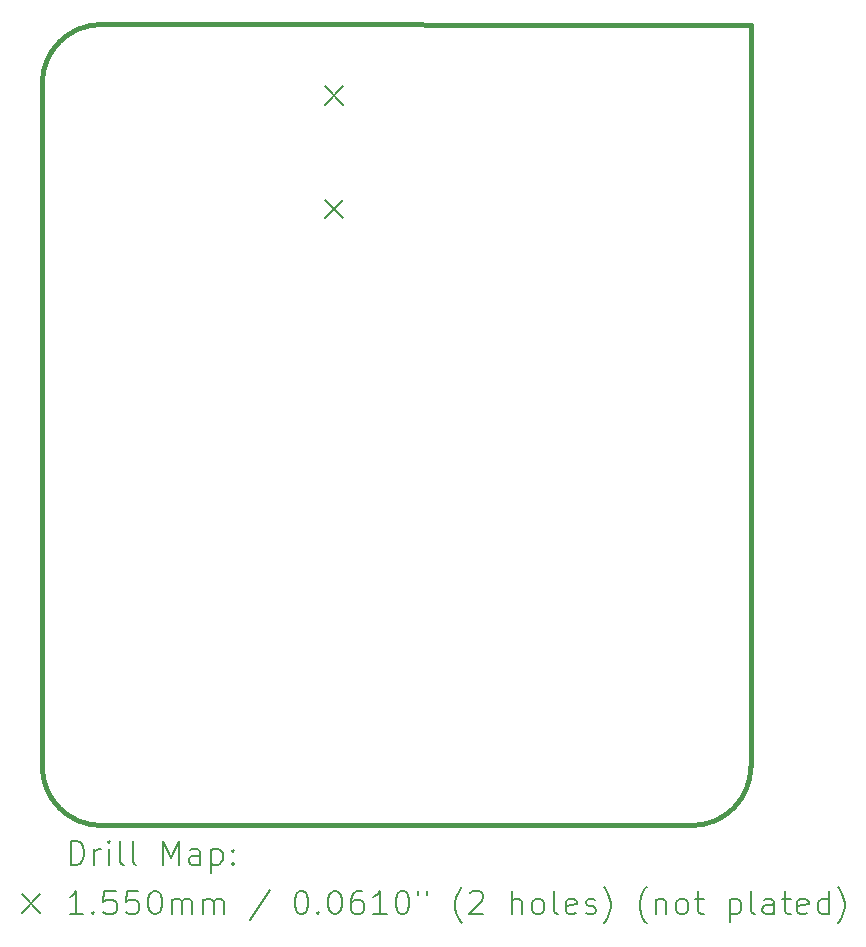
<source format=gbr>
%TF.GenerationSoftware,KiCad,Pcbnew,8.0.5*%
%TF.CreationDate,2025-11-07T08:13:24-03:00*%
%TF.ProjectId,sfp_moduloIC,7366705f-6d6f-4647-956c-6f49432e6b69,v1.0*%
%TF.SameCoordinates,Original*%
%TF.FileFunction,Drillmap*%
%TF.FilePolarity,Positive*%
%FSLAX45Y45*%
G04 Gerber Fmt 4.5, Leading zero omitted, Abs format (unit mm)*
G04 Created by KiCad (PCBNEW 8.0.5) date 2025-11-07 08:13:24*
%MOMM*%
%LPD*%
G01*
G04 APERTURE LIST*
%ADD10C,0.400000*%
%ADD11C,0.200000*%
%ADD12C,0.155000*%
G04 APERTURE END LIST*
D10*
X12010553Y-11827447D02*
G75*
G02*
X11510553Y-11327447I-4J499997D01*
G01*
X11510554Y-5545627D02*
G75*
G02*
X12010553Y-5045627I500008J-8D01*
G01*
X17010554Y-11827447D02*
X12010553Y-11827447D01*
X17510554Y-11327447D02*
G75*
G02*
X17010554Y-11827447I-499992J-8D01*
G01*
X12010553Y-5045627D02*
X17510554Y-5046627D01*
X11510554Y-11327447D02*
X11510554Y-5545627D01*
X17510554Y-5046627D02*
X17510554Y-11327447D01*
D11*
D12*
X13904000Y-5569500D02*
X14059000Y-5724500D01*
X14059000Y-5569500D02*
X13904000Y-5724500D01*
X13904000Y-6529500D02*
X14059000Y-6684500D01*
X14059000Y-6529500D02*
X13904000Y-6684500D01*
D11*
X11751330Y-12158930D02*
X11751330Y-11958930D01*
X11751330Y-11958930D02*
X11798949Y-11958930D01*
X11798949Y-11958930D02*
X11827521Y-11968454D01*
X11827521Y-11968454D02*
X11846568Y-11987502D01*
X11846568Y-11987502D02*
X11856092Y-12006549D01*
X11856092Y-12006549D02*
X11865616Y-12044645D01*
X11865616Y-12044645D02*
X11865616Y-12073216D01*
X11865616Y-12073216D02*
X11856092Y-12111311D01*
X11856092Y-12111311D02*
X11846568Y-12130359D01*
X11846568Y-12130359D02*
X11827521Y-12149407D01*
X11827521Y-12149407D02*
X11798949Y-12158930D01*
X11798949Y-12158930D02*
X11751330Y-12158930D01*
X11951330Y-12158930D02*
X11951330Y-12025597D01*
X11951330Y-12063692D02*
X11960854Y-12044645D01*
X11960854Y-12044645D02*
X11970378Y-12035121D01*
X11970378Y-12035121D02*
X11989425Y-12025597D01*
X11989425Y-12025597D02*
X12008473Y-12025597D01*
X12075140Y-12158930D02*
X12075140Y-12025597D01*
X12075140Y-11958930D02*
X12065616Y-11968454D01*
X12065616Y-11968454D02*
X12075140Y-11977978D01*
X12075140Y-11977978D02*
X12084663Y-11968454D01*
X12084663Y-11968454D02*
X12075140Y-11958930D01*
X12075140Y-11958930D02*
X12075140Y-11977978D01*
X12198949Y-12158930D02*
X12179902Y-12149407D01*
X12179902Y-12149407D02*
X12170378Y-12130359D01*
X12170378Y-12130359D02*
X12170378Y-11958930D01*
X12303711Y-12158930D02*
X12284663Y-12149407D01*
X12284663Y-12149407D02*
X12275140Y-12130359D01*
X12275140Y-12130359D02*
X12275140Y-11958930D01*
X12532283Y-12158930D02*
X12532283Y-11958930D01*
X12532283Y-11958930D02*
X12598949Y-12101787D01*
X12598949Y-12101787D02*
X12665616Y-11958930D01*
X12665616Y-11958930D02*
X12665616Y-12158930D01*
X12846568Y-12158930D02*
X12846568Y-12054168D01*
X12846568Y-12054168D02*
X12837044Y-12035121D01*
X12837044Y-12035121D02*
X12817997Y-12025597D01*
X12817997Y-12025597D02*
X12779902Y-12025597D01*
X12779902Y-12025597D02*
X12760854Y-12035121D01*
X12846568Y-12149407D02*
X12827521Y-12158930D01*
X12827521Y-12158930D02*
X12779902Y-12158930D01*
X12779902Y-12158930D02*
X12760854Y-12149407D01*
X12760854Y-12149407D02*
X12751330Y-12130359D01*
X12751330Y-12130359D02*
X12751330Y-12111311D01*
X12751330Y-12111311D02*
X12760854Y-12092264D01*
X12760854Y-12092264D02*
X12779902Y-12082740D01*
X12779902Y-12082740D02*
X12827521Y-12082740D01*
X12827521Y-12082740D02*
X12846568Y-12073216D01*
X12941806Y-12025597D02*
X12941806Y-12225597D01*
X12941806Y-12035121D02*
X12960854Y-12025597D01*
X12960854Y-12025597D02*
X12998949Y-12025597D01*
X12998949Y-12025597D02*
X13017997Y-12035121D01*
X13017997Y-12035121D02*
X13027521Y-12044645D01*
X13027521Y-12044645D02*
X13037044Y-12063692D01*
X13037044Y-12063692D02*
X13037044Y-12120835D01*
X13037044Y-12120835D02*
X13027521Y-12139883D01*
X13027521Y-12139883D02*
X13017997Y-12149407D01*
X13017997Y-12149407D02*
X12998949Y-12158930D01*
X12998949Y-12158930D02*
X12960854Y-12158930D01*
X12960854Y-12158930D02*
X12941806Y-12149407D01*
X13122759Y-12139883D02*
X13132283Y-12149407D01*
X13132283Y-12149407D02*
X13122759Y-12158930D01*
X13122759Y-12158930D02*
X13113235Y-12149407D01*
X13113235Y-12149407D02*
X13122759Y-12139883D01*
X13122759Y-12139883D02*
X13122759Y-12158930D01*
X13122759Y-12035121D02*
X13132283Y-12044645D01*
X13132283Y-12044645D02*
X13122759Y-12054168D01*
X13122759Y-12054168D02*
X13113235Y-12044645D01*
X13113235Y-12044645D02*
X13122759Y-12035121D01*
X13122759Y-12035121D02*
X13122759Y-12054168D01*
D12*
X11335553Y-12409947D02*
X11490553Y-12564947D01*
X11490553Y-12409947D02*
X11335553Y-12564947D01*
D11*
X11856092Y-12578930D02*
X11741806Y-12578930D01*
X11798949Y-12578930D02*
X11798949Y-12378930D01*
X11798949Y-12378930D02*
X11779902Y-12407502D01*
X11779902Y-12407502D02*
X11760854Y-12426549D01*
X11760854Y-12426549D02*
X11741806Y-12436073D01*
X11941806Y-12559883D02*
X11951330Y-12569407D01*
X11951330Y-12569407D02*
X11941806Y-12578930D01*
X11941806Y-12578930D02*
X11932283Y-12569407D01*
X11932283Y-12569407D02*
X11941806Y-12559883D01*
X11941806Y-12559883D02*
X11941806Y-12578930D01*
X12132283Y-12378930D02*
X12037044Y-12378930D01*
X12037044Y-12378930D02*
X12027521Y-12474168D01*
X12027521Y-12474168D02*
X12037044Y-12464645D01*
X12037044Y-12464645D02*
X12056092Y-12455121D01*
X12056092Y-12455121D02*
X12103711Y-12455121D01*
X12103711Y-12455121D02*
X12122759Y-12464645D01*
X12122759Y-12464645D02*
X12132283Y-12474168D01*
X12132283Y-12474168D02*
X12141806Y-12493216D01*
X12141806Y-12493216D02*
X12141806Y-12540835D01*
X12141806Y-12540835D02*
X12132283Y-12559883D01*
X12132283Y-12559883D02*
X12122759Y-12569407D01*
X12122759Y-12569407D02*
X12103711Y-12578930D01*
X12103711Y-12578930D02*
X12056092Y-12578930D01*
X12056092Y-12578930D02*
X12037044Y-12569407D01*
X12037044Y-12569407D02*
X12027521Y-12559883D01*
X12322759Y-12378930D02*
X12227521Y-12378930D01*
X12227521Y-12378930D02*
X12217997Y-12474168D01*
X12217997Y-12474168D02*
X12227521Y-12464645D01*
X12227521Y-12464645D02*
X12246568Y-12455121D01*
X12246568Y-12455121D02*
X12294187Y-12455121D01*
X12294187Y-12455121D02*
X12313235Y-12464645D01*
X12313235Y-12464645D02*
X12322759Y-12474168D01*
X12322759Y-12474168D02*
X12332283Y-12493216D01*
X12332283Y-12493216D02*
X12332283Y-12540835D01*
X12332283Y-12540835D02*
X12322759Y-12559883D01*
X12322759Y-12559883D02*
X12313235Y-12569407D01*
X12313235Y-12569407D02*
X12294187Y-12578930D01*
X12294187Y-12578930D02*
X12246568Y-12578930D01*
X12246568Y-12578930D02*
X12227521Y-12569407D01*
X12227521Y-12569407D02*
X12217997Y-12559883D01*
X12456092Y-12378930D02*
X12475140Y-12378930D01*
X12475140Y-12378930D02*
X12494187Y-12388454D01*
X12494187Y-12388454D02*
X12503711Y-12397978D01*
X12503711Y-12397978D02*
X12513235Y-12417026D01*
X12513235Y-12417026D02*
X12522759Y-12455121D01*
X12522759Y-12455121D02*
X12522759Y-12502740D01*
X12522759Y-12502740D02*
X12513235Y-12540835D01*
X12513235Y-12540835D02*
X12503711Y-12559883D01*
X12503711Y-12559883D02*
X12494187Y-12569407D01*
X12494187Y-12569407D02*
X12475140Y-12578930D01*
X12475140Y-12578930D02*
X12456092Y-12578930D01*
X12456092Y-12578930D02*
X12437044Y-12569407D01*
X12437044Y-12569407D02*
X12427521Y-12559883D01*
X12427521Y-12559883D02*
X12417997Y-12540835D01*
X12417997Y-12540835D02*
X12408473Y-12502740D01*
X12408473Y-12502740D02*
X12408473Y-12455121D01*
X12408473Y-12455121D02*
X12417997Y-12417026D01*
X12417997Y-12417026D02*
X12427521Y-12397978D01*
X12427521Y-12397978D02*
X12437044Y-12388454D01*
X12437044Y-12388454D02*
X12456092Y-12378930D01*
X12608473Y-12578930D02*
X12608473Y-12445597D01*
X12608473Y-12464645D02*
X12617997Y-12455121D01*
X12617997Y-12455121D02*
X12637044Y-12445597D01*
X12637044Y-12445597D02*
X12665616Y-12445597D01*
X12665616Y-12445597D02*
X12684664Y-12455121D01*
X12684664Y-12455121D02*
X12694187Y-12474168D01*
X12694187Y-12474168D02*
X12694187Y-12578930D01*
X12694187Y-12474168D02*
X12703711Y-12455121D01*
X12703711Y-12455121D02*
X12722759Y-12445597D01*
X12722759Y-12445597D02*
X12751330Y-12445597D01*
X12751330Y-12445597D02*
X12770378Y-12455121D01*
X12770378Y-12455121D02*
X12779902Y-12474168D01*
X12779902Y-12474168D02*
X12779902Y-12578930D01*
X12875140Y-12578930D02*
X12875140Y-12445597D01*
X12875140Y-12464645D02*
X12884664Y-12455121D01*
X12884664Y-12455121D02*
X12903711Y-12445597D01*
X12903711Y-12445597D02*
X12932283Y-12445597D01*
X12932283Y-12445597D02*
X12951330Y-12455121D01*
X12951330Y-12455121D02*
X12960854Y-12474168D01*
X12960854Y-12474168D02*
X12960854Y-12578930D01*
X12960854Y-12474168D02*
X12970378Y-12455121D01*
X12970378Y-12455121D02*
X12989425Y-12445597D01*
X12989425Y-12445597D02*
X13017997Y-12445597D01*
X13017997Y-12445597D02*
X13037045Y-12455121D01*
X13037045Y-12455121D02*
X13046568Y-12474168D01*
X13046568Y-12474168D02*
X13046568Y-12578930D01*
X13437045Y-12369407D02*
X13265616Y-12626549D01*
X13694187Y-12378930D02*
X13713235Y-12378930D01*
X13713235Y-12378930D02*
X13732283Y-12388454D01*
X13732283Y-12388454D02*
X13741807Y-12397978D01*
X13741807Y-12397978D02*
X13751330Y-12417026D01*
X13751330Y-12417026D02*
X13760854Y-12455121D01*
X13760854Y-12455121D02*
X13760854Y-12502740D01*
X13760854Y-12502740D02*
X13751330Y-12540835D01*
X13751330Y-12540835D02*
X13741807Y-12559883D01*
X13741807Y-12559883D02*
X13732283Y-12569407D01*
X13732283Y-12569407D02*
X13713235Y-12578930D01*
X13713235Y-12578930D02*
X13694187Y-12578930D01*
X13694187Y-12578930D02*
X13675140Y-12569407D01*
X13675140Y-12569407D02*
X13665616Y-12559883D01*
X13665616Y-12559883D02*
X13656092Y-12540835D01*
X13656092Y-12540835D02*
X13646568Y-12502740D01*
X13646568Y-12502740D02*
X13646568Y-12455121D01*
X13646568Y-12455121D02*
X13656092Y-12417026D01*
X13656092Y-12417026D02*
X13665616Y-12397978D01*
X13665616Y-12397978D02*
X13675140Y-12388454D01*
X13675140Y-12388454D02*
X13694187Y-12378930D01*
X13846568Y-12559883D02*
X13856092Y-12569407D01*
X13856092Y-12569407D02*
X13846568Y-12578930D01*
X13846568Y-12578930D02*
X13837045Y-12569407D01*
X13837045Y-12569407D02*
X13846568Y-12559883D01*
X13846568Y-12559883D02*
X13846568Y-12578930D01*
X13979902Y-12378930D02*
X13998949Y-12378930D01*
X13998949Y-12378930D02*
X14017997Y-12388454D01*
X14017997Y-12388454D02*
X14027521Y-12397978D01*
X14027521Y-12397978D02*
X14037045Y-12417026D01*
X14037045Y-12417026D02*
X14046568Y-12455121D01*
X14046568Y-12455121D02*
X14046568Y-12502740D01*
X14046568Y-12502740D02*
X14037045Y-12540835D01*
X14037045Y-12540835D02*
X14027521Y-12559883D01*
X14027521Y-12559883D02*
X14017997Y-12569407D01*
X14017997Y-12569407D02*
X13998949Y-12578930D01*
X13998949Y-12578930D02*
X13979902Y-12578930D01*
X13979902Y-12578930D02*
X13960854Y-12569407D01*
X13960854Y-12569407D02*
X13951330Y-12559883D01*
X13951330Y-12559883D02*
X13941807Y-12540835D01*
X13941807Y-12540835D02*
X13932283Y-12502740D01*
X13932283Y-12502740D02*
X13932283Y-12455121D01*
X13932283Y-12455121D02*
X13941807Y-12417026D01*
X13941807Y-12417026D02*
X13951330Y-12397978D01*
X13951330Y-12397978D02*
X13960854Y-12388454D01*
X13960854Y-12388454D02*
X13979902Y-12378930D01*
X14217997Y-12378930D02*
X14179902Y-12378930D01*
X14179902Y-12378930D02*
X14160854Y-12388454D01*
X14160854Y-12388454D02*
X14151330Y-12397978D01*
X14151330Y-12397978D02*
X14132283Y-12426549D01*
X14132283Y-12426549D02*
X14122759Y-12464645D01*
X14122759Y-12464645D02*
X14122759Y-12540835D01*
X14122759Y-12540835D02*
X14132283Y-12559883D01*
X14132283Y-12559883D02*
X14141807Y-12569407D01*
X14141807Y-12569407D02*
X14160854Y-12578930D01*
X14160854Y-12578930D02*
X14198949Y-12578930D01*
X14198949Y-12578930D02*
X14217997Y-12569407D01*
X14217997Y-12569407D02*
X14227521Y-12559883D01*
X14227521Y-12559883D02*
X14237045Y-12540835D01*
X14237045Y-12540835D02*
X14237045Y-12493216D01*
X14237045Y-12493216D02*
X14227521Y-12474168D01*
X14227521Y-12474168D02*
X14217997Y-12464645D01*
X14217997Y-12464645D02*
X14198949Y-12455121D01*
X14198949Y-12455121D02*
X14160854Y-12455121D01*
X14160854Y-12455121D02*
X14141807Y-12464645D01*
X14141807Y-12464645D02*
X14132283Y-12474168D01*
X14132283Y-12474168D02*
X14122759Y-12493216D01*
X14427521Y-12578930D02*
X14313235Y-12578930D01*
X14370378Y-12578930D02*
X14370378Y-12378930D01*
X14370378Y-12378930D02*
X14351330Y-12407502D01*
X14351330Y-12407502D02*
X14332283Y-12426549D01*
X14332283Y-12426549D02*
X14313235Y-12436073D01*
X14551330Y-12378930D02*
X14570378Y-12378930D01*
X14570378Y-12378930D02*
X14589426Y-12388454D01*
X14589426Y-12388454D02*
X14598949Y-12397978D01*
X14598949Y-12397978D02*
X14608473Y-12417026D01*
X14608473Y-12417026D02*
X14617997Y-12455121D01*
X14617997Y-12455121D02*
X14617997Y-12502740D01*
X14617997Y-12502740D02*
X14608473Y-12540835D01*
X14608473Y-12540835D02*
X14598949Y-12559883D01*
X14598949Y-12559883D02*
X14589426Y-12569407D01*
X14589426Y-12569407D02*
X14570378Y-12578930D01*
X14570378Y-12578930D02*
X14551330Y-12578930D01*
X14551330Y-12578930D02*
X14532283Y-12569407D01*
X14532283Y-12569407D02*
X14522759Y-12559883D01*
X14522759Y-12559883D02*
X14513235Y-12540835D01*
X14513235Y-12540835D02*
X14503711Y-12502740D01*
X14503711Y-12502740D02*
X14503711Y-12455121D01*
X14503711Y-12455121D02*
X14513235Y-12417026D01*
X14513235Y-12417026D02*
X14522759Y-12397978D01*
X14522759Y-12397978D02*
X14532283Y-12388454D01*
X14532283Y-12388454D02*
X14551330Y-12378930D01*
X14694188Y-12378930D02*
X14694188Y-12417026D01*
X14770378Y-12378930D02*
X14770378Y-12417026D01*
X15065616Y-12655121D02*
X15056092Y-12645597D01*
X15056092Y-12645597D02*
X15037045Y-12617026D01*
X15037045Y-12617026D02*
X15027521Y-12597978D01*
X15027521Y-12597978D02*
X15017997Y-12569407D01*
X15017997Y-12569407D02*
X15008473Y-12521787D01*
X15008473Y-12521787D02*
X15008473Y-12483692D01*
X15008473Y-12483692D02*
X15017997Y-12436073D01*
X15017997Y-12436073D02*
X15027521Y-12407502D01*
X15027521Y-12407502D02*
X15037045Y-12388454D01*
X15037045Y-12388454D02*
X15056092Y-12359883D01*
X15056092Y-12359883D02*
X15065616Y-12350359D01*
X15132283Y-12397978D02*
X15141807Y-12388454D01*
X15141807Y-12388454D02*
X15160854Y-12378930D01*
X15160854Y-12378930D02*
X15208473Y-12378930D01*
X15208473Y-12378930D02*
X15227521Y-12388454D01*
X15227521Y-12388454D02*
X15237045Y-12397978D01*
X15237045Y-12397978D02*
X15246569Y-12417026D01*
X15246569Y-12417026D02*
X15246569Y-12436073D01*
X15246569Y-12436073D02*
X15237045Y-12464645D01*
X15237045Y-12464645D02*
X15122759Y-12578930D01*
X15122759Y-12578930D02*
X15246569Y-12578930D01*
X15484664Y-12578930D02*
X15484664Y-12378930D01*
X15570378Y-12578930D02*
X15570378Y-12474168D01*
X15570378Y-12474168D02*
X15560854Y-12455121D01*
X15560854Y-12455121D02*
X15541807Y-12445597D01*
X15541807Y-12445597D02*
X15513235Y-12445597D01*
X15513235Y-12445597D02*
X15494188Y-12455121D01*
X15494188Y-12455121D02*
X15484664Y-12464645D01*
X15694188Y-12578930D02*
X15675140Y-12569407D01*
X15675140Y-12569407D02*
X15665616Y-12559883D01*
X15665616Y-12559883D02*
X15656092Y-12540835D01*
X15656092Y-12540835D02*
X15656092Y-12483692D01*
X15656092Y-12483692D02*
X15665616Y-12464645D01*
X15665616Y-12464645D02*
X15675140Y-12455121D01*
X15675140Y-12455121D02*
X15694188Y-12445597D01*
X15694188Y-12445597D02*
X15722759Y-12445597D01*
X15722759Y-12445597D02*
X15741807Y-12455121D01*
X15741807Y-12455121D02*
X15751331Y-12464645D01*
X15751331Y-12464645D02*
X15760854Y-12483692D01*
X15760854Y-12483692D02*
X15760854Y-12540835D01*
X15760854Y-12540835D02*
X15751331Y-12559883D01*
X15751331Y-12559883D02*
X15741807Y-12569407D01*
X15741807Y-12569407D02*
X15722759Y-12578930D01*
X15722759Y-12578930D02*
X15694188Y-12578930D01*
X15875140Y-12578930D02*
X15856092Y-12569407D01*
X15856092Y-12569407D02*
X15846569Y-12550359D01*
X15846569Y-12550359D02*
X15846569Y-12378930D01*
X16027521Y-12569407D02*
X16008473Y-12578930D01*
X16008473Y-12578930D02*
X15970378Y-12578930D01*
X15970378Y-12578930D02*
X15951331Y-12569407D01*
X15951331Y-12569407D02*
X15941807Y-12550359D01*
X15941807Y-12550359D02*
X15941807Y-12474168D01*
X15941807Y-12474168D02*
X15951331Y-12455121D01*
X15951331Y-12455121D02*
X15970378Y-12445597D01*
X15970378Y-12445597D02*
X16008473Y-12445597D01*
X16008473Y-12445597D02*
X16027521Y-12455121D01*
X16027521Y-12455121D02*
X16037045Y-12474168D01*
X16037045Y-12474168D02*
X16037045Y-12493216D01*
X16037045Y-12493216D02*
X15941807Y-12512264D01*
X16113235Y-12569407D02*
X16132283Y-12578930D01*
X16132283Y-12578930D02*
X16170378Y-12578930D01*
X16170378Y-12578930D02*
X16189426Y-12569407D01*
X16189426Y-12569407D02*
X16198950Y-12550359D01*
X16198950Y-12550359D02*
X16198950Y-12540835D01*
X16198950Y-12540835D02*
X16189426Y-12521787D01*
X16189426Y-12521787D02*
X16170378Y-12512264D01*
X16170378Y-12512264D02*
X16141807Y-12512264D01*
X16141807Y-12512264D02*
X16122759Y-12502740D01*
X16122759Y-12502740D02*
X16113235Y-12483692D01*
X16113235Y-12483692D02*
X16113235Y-12474168D01*
X16113235Y-12474168D02*
X16122759Y-12455121D01*
X16122759Y-12455121D02*
X16141807Y-12445597D01*
X16141807Y-12445597D02*
X16170378Y-12445597D01*
X16170378Y-12445597D02*
X16189426Y-12455121D01*
X16265616Y-12655121D02*
X16275140Y-12645597D01*
X16275140Y-12645597D02*
X16294188Y-12617026D01*
X16294188Y-12617026D02*
X16303712Y-12597978D01*
X16303712Y-12597978D02*
X16313235Y-12569407D01*
X16313235Y-12569407D02*
X16322759Y-12521787D01*
X16322759Y-12521787D02*
X16322759Y-12483692D01*
X16322759Y-12483692D02*
X16313235Y-12436073D01*
X16313235Y-12436073D02*
X16303712Y-12407502D01*
X16303712Y-12407502D02*
X16294188Y-12388454D01*
X16294188Y-12388454D02*
X16275140Y-12359883D01*
X16275140Y-12359883D02*
X16265616Y-12350359D01*
X16627521Y-12655121D02*
X16617997Y-12645597D01*
X16617997Y-12645597D02*
X16598950Y-12617026D01*
X16598950Y-12617026D02*
X16589426Y-12597978D01*
X16589426Y-12597978D02*
X16579902Y-12569407D01*
X16579902Y-12569407D02*
X16570378Y-12521787D01*
X16570378Y-12521787D02*
X16570378Y-12483692D01*
X16570378Y-12483692D02*
X16579902Y-12436073D01*
X16579902Y-12436073D02*
X16589426Y-12407502D01*
X16589426Y-12407502D02*
X16598950Y-12388454D01*
X16598950Y-12388454D02*
X16617997Y-12359883D01*
X16617997Y-12359883D02*
X16627521Y-12350359D01*
X16703712Y-12445597D02*
X16703712Y-12578930D01*
X16703712Y-12464645D02*
X16713235Y-12455121D01*
X16713235Y-12455121D02*
X16732283Y-12445597D01*
X16732283Y-12445597D02*
X16760854Y-12445597D01*
X16760854Y-12445597D02*
X16779902Y-12455121D01*
X16779902Y-12455121D02*
X16789426Y-12474168D01*
X16789426Y-12474168D02*
X16789426Y-12578930D01*
X16913235Y-12578930D02*
X16894188Y-12569407D01*
X16894188Y-12569407D02*
X16884664Y-12559883D01*
X16884664Y-12559883D02*
X16875140Y-12540835D01*
X16875140Y-12540835D02*
X16875140Y-12483692D01*
X16875140Y-12483692D02*
X16884664Y-12464645D01*
X16884664Y-12464645D02*
X16894188Y-12455121D01*
X16894188Y-12455121D02*
X16913235Y-12445597D01*
X16913235Y-12445597D02*
X16941807Y-12445597D01*
X16941807Y-12445597D02*
X16960855Y-12455121D01*
X16960855Y-12455121D02*
X16970378Y-12464645D01*
X16970378Y-12464645D02*
X16979902Y-12483692D01*
X16979902Y-12483692D02*
X16979902Y-12540835D01*
X16979902Y-12540835D02*
X16970378Y-12559883D01*
X16970378Y-12559883D02*
X16960855Y-12569407D01*
X16960855Y-12569407D02*
X16941807Y-12578930D01*
X16941807Y-12578930D02*
X16913235Y-12578930D01*
X17037045Y-12445597D02*
X17113235Y-12445597D01*
X17065616Y-12378930D02*
X17065616Y-12550359D01*
X17065616Y-12550359D02*
X17075140Y-12569407D01*
X17075140Y-12569407D02*
X17094188Y-12578930D01*
X17094188Y-12578930D02*
X17113235Y-12578930D01*
X17332283Y-12445597D02*
X17332283Y-12645597D01*
X17332283Y-12455121D02*
X17351331Y-12445597D01*
X17351331Y-12445597D02*
X17389426Y-12445597D01*
X17389426Y-12445597D02*
X17408474Y-12455121D01*
X17408474Y-12455121D02*
X17417997Y-12464645D01*
X17417997Y-12464645D02*
X17427521Y-12483692D01*
X17427521Y-12483692D02*
X17427521Y-12540835D01*
X17427521Y-12540835D02*
X17417997Y-12559883D01*
X17417997Y-12559883D02*
X17408474Y-12569407D01*
X17408474Y-12569407D02*
X17389426Y-12578930D01*
X17389426Y-12578930D02*
X17351331Y-12578930D01*
X17351331Y-12578930D02*
X17332283Y-12569407D01*
X17541807Y-12578930D02*
X17522759Y-12569407D01*
X17522759Y-12569407D02*
X17513236Y-12550359D01*
X17513236Y-12550359D02*
X17513236Y-12378930D01*
X17703712Y-12578930D02*
X17703712Y-12474168D01*
X17703712Y-12474168D02*
X17694188Y-12455121D01*
X17694188Y-12455121D02*
X17675140Y-12445597D01*
X17675140Y-12445597D02*
X17637045Y-12445597D01*
X17637045Y-12445597D02*
X17617997Y-12455121D01*
X17703712Y-12569407D02*
X17684664Y-12578930D01*
X17684664Y-12578930D02*
X17637045Y-12578930D01*
X17637045Y-12578930D02*
X17617997Y-12569407D01*
X17617997Y-12569407D02*
X17608474Y-12550359D01*
X17608474Y-12550359D02*
X17608474Y-12531311D01*
X17608474Y-12531311D02*
X17617997Y-12512264D01*
X17617997Y-12512264D02*
X17637045Y-12502740D01*
X17637045Y-12502740D02*
X17684664Y-12502740D01*
X17684664Y-12502740D02*
X17703712Y-12493216D01*
X17770378Y-12445597D02*
X17846569Y-12445597D01*
X17798950Y-12378930D02*
X17798950Y-12550359D01*
X17798950Y-12550359D02*
X17808474Y-12569407D01*
X17808474Y-12569407D02*
X17827521Y-12578930D01*
X17827521Y-12578930D02*
X17846569Y-12578930D01*
X17989426Y-12569407D02*
X17970378Y-12578930D01*
X17970378Y-12578930D02*
X17932283Y-12578930D01*
X17932283Y-12578930D02*
X17913236Y-12569407D01*
X17913236Y-12569407D02*
X17903712Y-12550359D01*
X17903712Y-12550359D02*
X17903712Y-12474168D01*
X17903712Y-12474168D02*
X17913236Y-12455121D01*
X17913236Y-12455121D02*
X17932283Y-12445597D01*
X17932283Y-12445597D02*
X17970378Y-12445597D01*
X17970378Y-12445597D02*
X17989426Y-12455121D01*
X17989426Y-12455121D02*
X17998950Y-12474168D01*
X17998950Y-12474168D02*
X17998950Y-12493216D01*
X17998950Y-12493216D02*
X17903712Y-12512264D01*
X18170378Y-12578930D02*
X18170378Y-12378930D01*
X18170378Y-12569407D02*
X18151331Y-12578930D01*
X18151331Y-12578930D02*
X18113236Y-12578930D01*
X18113236Y-12578930D02*
X18094188Y-12569407D01*
X18094188Y-12569407D02*
X18084664Y-12559883D01*
X18084664Y-12559883D02*
X18075140Y-12540835D01*
X18075140Y-12540835D02*
X18075140Y-12483692D01*
X18075140Y-12483692D02*
X18084664Y-12464645D01*
X18084664Y-12464645D02*
X18094188Y-12455121D01*
X18094188Y-12455121D02*
X18113236Y-12445597D01*
X18113236Y-12445597D02*
X18151331Y-12445597D01*
X18151331Y-12445597D02*
X18170378Y-12455121D01*
X18246569Y-12655121D02*
X18256093Y-12645597D01*
X18256093Y-12645597D02*
X18275140Y-12617026D01*
X18275140Y-12617026D02*
X18284664Y-12597978D01*
X18284664Y-12597978D02*
X18294188Y-12569407D01*
X18294188Y-12569407D02*
X18303712Y-12521787D01*
X18303712Y-12521787D02*
X18303712Y-12483692D01*
X18303712Y-12483692D02*
X18294188Y-12436073D01*
X18294188Y-12436073D02*
X18284664Y-12407502D01*
X18284664Y-12407502D02*
X18275140Y-12388454D01*
X18275140Y-12388454D02*
X18256093Y-12359883D01*
X18256093Y-12359883D02*
X18246569Y-12350359D01*
M02*

</source>
